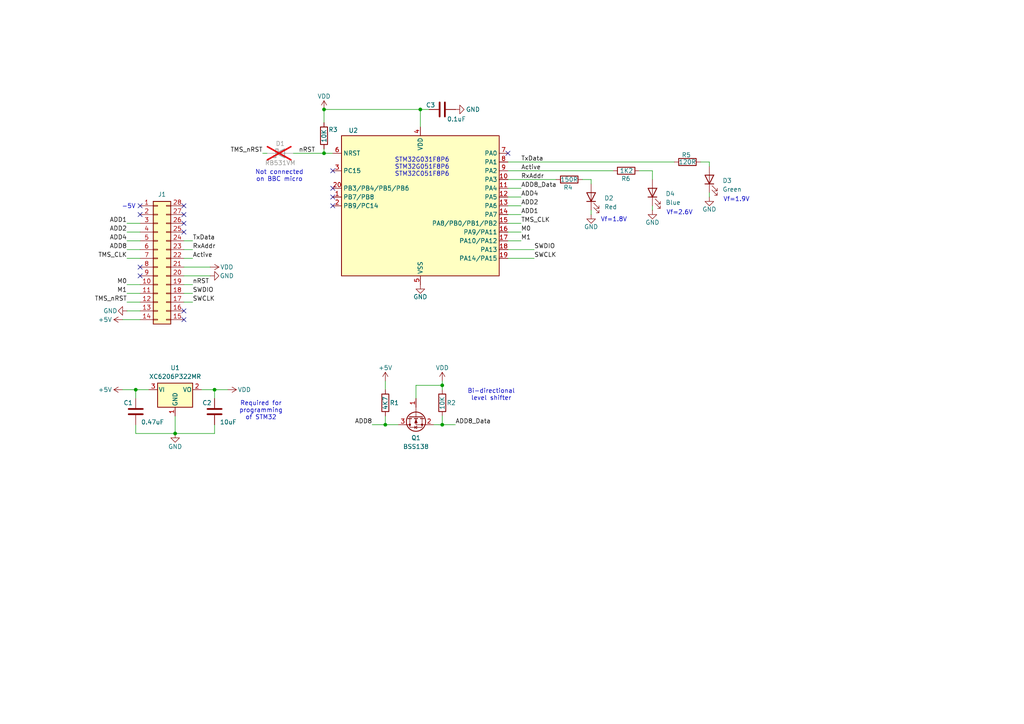
<source format=kicad_sch>
(kicad_sch (version 20250114) (generator "eeschema") (generator_version "9.0")
  (paper "A4")
  (title_block (title "TMS6100 Multi PHROM Emulator for the BBC Micro") (date "2026-01-13") (rev "2") (company "Radiofan"))
  (lib_symbols
    (symbol "Connector_Generic:Conn_02x14_Counter_Clockwise" (pin_names (offset 1.016) (hide yes))
      (property "Reference" "J" (at 1.27 17.78 0))
      (property "Value" "Conn_02x14_Counter_Clockwise" (at 1.27 -20.32 0))
      (symbol "Conn_02x14_Counter_Clockwise_1_1"
        (rectangle (start -1.27 16.51) (end 3.81 -19.05) (stroke (width 0.254)) (fill (type background)))
        (rectangle (start -1.27 15.367) (end 0 15.113) (stroke (width 0.1524)))
        (rectangle (start -1.27 12.827) (end 0 12.573) (stroke (width 0.1524)))
        (rectangle (start -1.27 10.287) (end 0 10.033) (stroke (width 0.1524)))
        (rectangle (start -1.27 7.747) (end 0 7.493) (stroke (width 0.1524)))
        (rectangle (start -1.27 5.207) (end 0 4.953) (stroke (width 0.1524)))
        (rectangle (start -1.27 2.667) (end 0 2.413) (stroke (width 0.1524)))
        (rectangle (start -1.27 0.127) (end 0 -0.127) (stroke (width 0.1524)))
        (rectangle (start -1.27 -2.413) (end 0 -2.667) (stroke (width 0.1524)))
        (rectangle (start -1.27 -4.953) (end 0 -5.207) (stroke (width 0.1524)))
        (rectangle (start -1.27 -7.493) (end 0 -7.747) (stroke (width 0.1524)))
        (rectangle (start -1.27 -10.033) (end 0 -10.287) (stroke (width 0.1524)))
        (rectangle (start -1.27 -12.573) (end 0 -12.827) (stroke (width 0.1524)))
        (rectangle (start -1.27 -15.113) (end 0 -15.367) (stroke (width 0.1524)))
        (rectangle (start -1.27 -17.653) (end 0 -17.907) (stroke (width 0.1524)))
        (rectangle (start 3.81 15.367) (end 2.54 15.113) (stroke (width 0.1524)))
        (rectangle (start 3.81 12.827) (end 2.54 12.573) (stroke (width 0.1524)))
        (rectangle (start 3.81 10.287) (end 2.54 10.033) (stroke (width 0.1524)))
        (rectangle (start 3.81 7.747) (end 2.54 7.493) (stroke (width 0.1524)))
        (rectangle (start 3.81 5.207) (end 2.54 4.953) (stroke (width 0.1524)))
        (rectangle (start 3.81 2.667) (end 2.54 2.413) (stroke (width 0.1524)))
        (rectangle (start 3.81 0.127) (end 2.54 -0.127) (stroke (width 0.1524)))
        (rectangle (start 3.81 -2.413) (end 2.54 -2.667) (stroke (width 0.1524)))
        (rectangle (start 3.81 -4.953) (end 2.54 -5.207) (stroke (width 0.1524)))
        (rectangle (start 3.81 -7.493) (end 2.54 -7.747) (stroke (width 0.1524)))
        (rectangle (start 3.81 -10.033) (end 2.54 -10.287) (stroke (width 0.1524)))
        (rectangle (start 3.81 -12.573) (end 2.54 -12.827) (stroke (width 0.1524)))
        (rectangle (start 3.81 -15.113) (end 2.54 -15.367) (stroke (width 0.1524)))
        (rectangle (start 3.81 -17.653) (end 2.54 -17.907) (stroke (width 0.1524)))
        (pin passive line (at -5.08 15.24 0) (length 3.81) (name "Pin_1") (number "1"))
        (pin passive line (at -5.08 12.7 0) (length 3.81) (name "Pin_2") (number "2"))
        (pin passive line (at -5.08 10.16 0) (length 3.81) (name "Pin_3") (number "3"))
        (pin passive line (at -5.08 7.62 0) (length 3.81) (name "Pin_4") (number "4"))
        (pin passive line (at -5.08 5.08 0) (length 3.81) (name "Pin_5") (number "5"))
        (pin passive line (at -5.08 2.54 0) (length 3.81) (name "Pin_6") (number "6"))
        (pin passive line (at -5.08 0 0) (length 3.81) (name "Pin_7") (number "7"))
        (pin passive line (at -5.08 -2.54 0) (length 3.81) (name "Pin_8") (number "8"))
        (pin passive line (at -5.08 -5.08 0) (length 3.81) (name "Pin_9") (number "9"))
        (pin passive line (at -5.08 -7.62 0) (length 3.81) (name "Pin_10") (number "10"))
        (pin passive line (at -5.08 -10.16 0) (length 3.81) (name "Pin_11") (number "11"))
        (pin passive line (at -5.08 -12.7 0) (length 3.81) (name "Pin_12") (number "12"))
        (pin passive line (at -5.08 -15.24 0) (length 3.81) (name "Pin_13") (number "13"))
        (pin passive line (at -5.08 -17.78 0) (length 3.81) (name "Pin_14") (number "14"))
        (pin passive line (at 7.62 15.24 180) (length 3.81) (name "Pin_28") (number "28"))
        (pin passive line (at 7.62 12.7 180) (length 3.81) (name "Pin_27") (number "27"))
        (pin passive line (at 7.62 10.16 180) (length 3.81) (name "Pin_26") (number "26"))
        (pin passive line (at 7.62 7.62 180) (length 3.81) (name "Pin_25") (number "25"))
        (pin passive line (at 7.62 5.08 180) (length 3.81) (name "Pin_24") (number "24"))
        (pin passive line (at 7.62 2.54 180) (length 3.81) (name "Pin_23") (number "23"))
        (pin passive line (at 7.62 0 180) (length 3.81) (name "Pin_22") (number "22"))
        (pin passive line (at 7.62 -2.54 180) (length 3.81) (name "Pin_21") (number "21"))
        (pin passive line (at 7.62 -5.08 180) (length 3.81) (name "Pin_20") (number "20"))
        (pin passive line (at 7.62 -7.62 180) (length 3.81) (name "Pin_19") (number "19"))
        (pin passive line (at 7.62 -10.16 180) (length 3.81) (name "Pin_18") (number "18"))
        (pin passive line (at 7.62 -12.7 180) (length 3.81) (name "Pin_17") (number "17"))
        (pin passive line (at 7.62 -15.24 180) (length 3.81) (name "Pin_16") (number "16"))
        (pin passive line (at 7.62 -17.78 180) (length 3.81) (name "Pin_15") (number "15"))
      )
    )
    (symbol "Device:C" (pin_numbers (hide yes)) (pin_names (offset 0.254))
      (property "Reference" "C" (at 0.635 2.54 0))
      (property "Value" "C" (at 0.635 -2.54 0))
      (symbol "C_0_1"
        (polyline (pts (xy -2.032 0.762) (xy 2.032 0.762)) (stroke (width 0.508)))
        (polyline (pts (xy -2.032 -0.762) (xy 2.032 -0.762)) (stroke (width 0.508)))
      )
      (symbol "C_1_1"
        (pin passive line (at 0 3.81 270) (length 2.794) (name "~") (number "1"))
        (pin passive line (at 0 -3.81 90) (length 2.794) (name "~") (number "2"))
      )
    )
    (symbol "Device:D_Schottky" (pin_numbers (hide yes)) (pin_names (offset 1.016) (hide yes))
      (property "Reference" "D" (at 0 2.54 0))
      (property "Value" "D_Schottky" (at 0 -2.54 0))
      (symbol "D_Schottky_0_1"
        (polyline (pts (xy -1.905 0.635) (xy -1.905 1.27) (xy -1.27 1.27) (xy -1.27 -1.27) (xy -0.635 -1.27) (xy -0.635 -0.635)) (stroke (width 0.254)))
        (polyline (pts (xy 1.27 1.27) (xy 1.27 -1.27) (xy -1.27 0) (xy 1.27 1.27)) (stroke (width 0.254)))
        (polyline (pts (xy 1.27 0) (xy -1.27 0)))
      )
      (symbol "D_Schottky_1_1"
        (pin passive line (at -3.81 0 0) (length 2.54) (name "K") (number "1"))
        (pin passive line (at 3.81 0 180) (length 2.54) (name "A") (number "2"))
      )
    )
    (symbol "Device:LED" (pin_numbers (hide yes)) (pin_names (offset 1.016) (hide yes))
      (property "Reference" "D" (at 0 2.54 0))
      (property "Value" "LED" (at 0 -2.54 0))
      (symbol "LED_0_1"
        (polyline (pts (xy -3.048 -0.762) (xy -4.572 -2.286) (xy -3.81 -2.286) (xy -4.572 -2.286) (xy -4.572 -1.524)))
        (polyline (pts (xy -1.778 -0.762) (xy -3.302 -2.286) (xy -2.54 -2.286) (xy -3.302 -2.286) (xy -3.302 -1.524)))
        (polyline (pts (xy -1.27 0) (xy 1.27 0)))
        (polyline (pts (xy -1.27 -1.27) (xy -1.27 1.27)) (stroke (width 0.254)))
        (polyline (pts (xy 1.27 -1.27) (xy 1.27 1.27) (xy -1.27 0) (xy 1.27 -1.27)) (stroke (width 0.254)))
      )
      (symbol "LED_1_1"
        (pin passive line (at -3.81 0 0) (length 2.54) (name "K") (number "1"))
        (pin passive line (at 3.81 0 180) (length 2.54) (name "A") (number "2"))
      )
    )
    (symbol "Device:R" (pin_numbers (hide yes)) (pin_names (offset 0))
      (property "Reference" "R" (at 2.032 0 90))
      (property "Value" "R" (at 0 0 90))
      (symbol "R_0_1"
        (rectangle (start -1.016 -2.54) (end 1.016 2.54) (stroke (width 0.254)))
      )
      (symbol "R_1_1"
        (pin passive line (at 0 3.81 270) (length 1.27) (name "~") (number "1"))
        (pin passive line (at 0 -3.81 90) (length 1.27) (name "~") (number "2"))
      )
    )
    (symbol "MCU_ST_STM32G0:STM32G030F6Px"
      (property "Reference" "U" (at -22.86 21.59 0))
      (property "Value" "STM32G030F6Px" (at 2.54 21.59 0))
      (symbol "STM32G030F6Px_0_1"
        (rectangle (start -22.86 -20.32) (end 22.86 20.32) (stroke (width 0.254)) (fill (type background)))
      )
      (symbol "STM32G030F6Px_1_1"
        (pin input line (at -25.4 15.24 0) (length 2.54) (name "NRST") (number "6"))
        (pin bidirectional line (at -25.4 10.16 0) (length 2.54) (name "PC15") (number "3"))
        (pin bidirectional line (at -25.4 5.08 0) (length 2.54) (name "PB3/PB4/PB5/PB6") (number "20"))
        (pin bidirectional line (at -25.4 2.54 0) (length 2.54) (name "PB7/PB8") (number "1"))
        (pin bidirectional line (at -25.4 0 0) (length 2.54) (name "PB9/PC14") (number "2"))
        (pin power_in line (at 0 22.86 270) (length 2.54) (name "VDD") (number "4"))
        (pin power_in line (at 0 -22.86 90) (length 2.54) (name "VSS") (number "5"))
        (pin bidirectional line (at 25.4 15.24 180) (length 2.54) (name "PA0") (number "7"))
        (pin bidirectional line (at 25.4 12.7 180) (length 2.54) (name "PA1") (number "8"))
        (pin bidirectional line (at 25.4 10.16 180) (length 2.54) (name "PA2") (number "9"))
        (pin bidirectional line (at 25.4 7.62 180) (length 2.54) (name "PA3") (number "10"))
        (pin bidirectional line (at 25.4 5.08 180) (length 2.54) (name "PA4") (number "11"))
        (pin bidirectional line (at 25.4 2.54 180) (length 2.54) (name "PA5") (number "12"))
        (pin bidirectional line (at 25.4 0 180) (length 2.54) (name "PA6") (number "13"))
        (pin bidirectional line (at 25.4 -2.54 180) (length 2.54) (name "PA7") (number "14"))
        (pin bidirectional line (at 25.4 -5.08 180) (length 2.54) (name "PA8/PB0/PB1/PB2") (number "15"))
        (pin bidirectional line (at 25.4 -7.62 180) (length 2.54) (name "PA9/PA11") (number "16"))
        (pin bidirectional line (at 25.4 -10.16 180) (length 2.54) (name "PA10/PA12") (number "17"))
        (pin bidirectional line (at 25.4 -12.7 180) (length 2.54) (name "PA13") (number "18"))
        (pin bidirectional line (at 25.4 -15.24 180) (length 2.54) (name "PA14/PA15") (number "19"))
      )
    )
    (symbol "Regulator_Linear:XC6206PxxxMR" (pin_names (offset 0.254))
      (property "Reference" "U" (at -3.81 3.175 0))
      (property "Value" "XC6206PxxxMR" (at 0 3.175 0))
      (symbol "XC6206PxxxMR_0_1"
        (rectangle (start -5.08 1.905) (end 5.08 -5.08) (stroke (width 0.254)) (fill (type background)))
      )
      (symbol "XC6206PxxxMR_1_1"
        (pin power_in line (at -7.62 0 0) (length 2.54) (name "VI") (number "3"))
        (pin power_in line (at 0 -7.62 90) (length 2.54) (name "GND") (number "1"))
        (pin power_out line (at 7.62 0 180) (length 2.54) (name "VO") (number "2"))
      )
    )
    (symbol "Transistor_FET:BSS138" (pin_names (offset 0) (hide yes))
      (property "Reference" "Q" (at 5.08 1.905 0))
      (property "Value" "BSS138" (at 5.08 0 0))
      (symbol "BSS138_0_1"
        (polyline (pts (xy 0.254 1.905) (xy 0.254 -1.905)) (stroke (width 0.254)))
        (polyline (pts (xy 0.254 0) (xy -2.54 0)))
        (polyline (pts (xy 0.762 2.286) (xy 0.762 1.27)) (stroke (width 0.254)))
        (polyline (pts (xy 0.762 0.508) (xy 0.762 -0.508)) (stroke (width 0.254)))
        (polyline (pts (xy 0.762 -1.27) (xy 0.762 -2.286)) (stroke (width 0.254)))
        (polyline (pts (xy 0.762 -1.778) (xy 3.302 -1.778) (xy 3.302 1.778) (xy 0.762 1.778)))
        (polyline (pts (xy 1.016 0) (xy 2.032 0.381) (xy 2.032 -0.381) (xy 1.016 0)) (fill (type outline)))
        (circle (center 1.651 0) (radius 2.794) (stroke (width 0.254)))
        (polyline (pts (xy 2.54 2.54) (xy 2.54 1.778)))
        (circle (center 2.54 1.778) (radius 0.254) (fill (type outline)))
        (circle (center 2.54 -1.778) (radius 0.254) (fill (type outline)))
        (polyline (pts (xy 2.54 -2.54) (xy 2.54 0) (xy 0.762 0)))
        (polyline (pts (xy 2.921 0.381) (xy 3.683 0.381)))
        (polyline (pts (xy 3.302 0.381) (xy 2.921 -0.254) (xy 3.683 -0.254) (xy 3.302 0.381)))
      )
      (symbol "BSS138_1_1"
        (pin input line (at -5.08 0 0) (length 2.54) (name "G") (number "1"))
        (pin passive line (at 2.54 5.08 270) (length 2.54) (name "D") (number "3"))
        (pin passive line (at 2.54 -5.08 90) (length 2.54) (name "S") (number "2"))
      )
    )
    (symbol "power:+5V" (power) (pin_numbers (hide yes)) (pin_names (offset 0) (hide yes))
      (property "Value" "+5V" (at 0 3.556 0))
      (symbol "+5V_0_1"
        (polyline (pts (xy -0.762 1.27) (xy 0 2.54)))
        (polyline (pts (xy 0 2.54) (xy 0.762 1.27)))
        (polyline (pts (xy 0 0) (xy 0 2.54)))
      )
      (symbol "+5V_1_1"
        (pin power_in line (at 0 0 90) (length 0) (name "~") (number "1"))
      )
    )
    (symbol "power:GND" (power) (pin_numbers (hide yes)) (pin_names (offset 0) (hide yes))
      (property "Value" "GND" (at 0 -3.81 0))
      (symbol "GND_0_1"
        (polyline (pts (xy 0 0) (xy 0 -1.27) (xy 1.27 -1.27) (xy 0 -2.54) (xy -1.27 -1.27) (xy 0 -1.27)))
      )
      (symbol "GND_1_1"
        (pin power_in line (at 0 0 270) (length 0) (name "~") (number "1"))
      )
    )
    (symbol "power:VDD" (power) (pin_numbers (hide yes)) (pin_names (offset 0) (hide yes))
      (property "Value" "VDD" (at 0 3.556 0))
      (symbol "VDD_0_1"
        (polyline (pts (xy -0.762 1.27) (xy 0 2.54)))
        (polyline (pts (xy 0 2.54) (xy 0.762 1.27)))
        (polyline (pts (xy 0 0) (xy 0 2.54)))
      )
      (symbol "VDD_1_1"
        (pin power_in line (at 0 0 90) (length 0) (name "~") (number "1"))
      )
    )
  )
  (text "Vf=1.9V" (at 213.614 57.912 0) (effects (font (size 1.27 1.27))))
  (text "STM32G031F8P6\nSTM32G051F8P6\nSTM32C051F8P6" (at 122.428 48.514 0) (effects (font (size 1.27 1.27))))
  (text "Not connected\non BBC micro" (at 81.026 51.054 0) (effects (font (size 1.27 1.27))))
  (text "-5V" (at 37.338 59.944 0) (effects (font (size 1.27 1.27))))
  (text "Vf=2.6V" (at 197.104 61.722 0) (effects (font (size 1.27 1.27))))
  (text "Required for\nprogramming\nof STM32" (at 75.692 119.126 0) (effects (font (size 1.27 1.27))))
  (text "Bi-directional\nlevel shifter" (at 142.494 114.554 0) (effects (font (size 1.27 1.27))))
  (text "Vf=1.8V" (at 178.054 63.754 0) (effects (font (size 1.27 1.27))))
  (junction (at 111.76 123.19))
  (junction (at 128.27 123.19))
  (junction (at 128.27 111.76))
  (junction (at 93.98 44.45))
  (junction (at 39.37 113.03))
  (junction (at 93.98 31.75))
  (junction (at 62.23 113.03))
  (junction (at 50.8 125.73))
  (junction (at 121.92 31.75))
  (no_connect (at 53.34 67.31))
  (no_connect (at 96.52 57.15))
  (no_connect (at 53.34 92.71))
  (no_connect (at 53.34 59.69))
  (no_connect (at 96.52 54.61))
  (no_connect (at 53.34 62.23))
  (no_connect (at 40.64 77.47))
  (no_connect (at 96.52 49.53))
  (no_connect (at 40.64 62.23))
  (no_connect (at 53.34 64.77))
  (no_connect (at 96.52 59.69))
  (no_connect (at 53.34 90.17))
  (no_connect (at 40.64 59.69))
  (no_connect (at 147.32 44.45))
  (no_connect (at 40.64 80.01))
  (wire (pts (xy 147.32 64.77) (xy 151.13 64.77)))
  (wire (pts (xy 189.23 49.53) (xy 185.42 49.53)))
  (wire (pts (xy 50.8 125.73) (xy 50.8 120.65)))
  (wire (pts (xy 39.37 113.03) (xy 39.37 115.57)))
  (wire (pts (xy 115.57 123.19) (xy 111.76 123.19)))
  (wire (pts (xy 36.83 90.17) (xy 40.64 90.17)))
  (wire (pts (xy 93.98 31.75) (xy 121.92 31.75)))
  (wire (pts (xy 203.2 46.99) (xy 205.74 46.99)))
  (wire (pts (xy 53.34 69.85) (xy 55.88 69.85)))
  (wire (pts (xy 53.34 74.93) (xy 55.88 74.93)))
  (wire (pts (xy 147.32 62.23) (xy 151.13 62.23)))
  (wire (pts (xy 35.56 92.71) (xy 40.64 92.71)))
  (wire (pts (xy 154.94 74.93) (xy 147.32 74.93)))
  (wire (pts (xy 39.37 125.73) (xy 50.8 125.73)))
  (wire (pts (xy 85.09 44.45) (xy 93.98 44.45)))
  (wire (pts (xy 39.37 113.03) (xy 43.18 113.03)))
  (wire (pts (xy 120.65 111.76) (xy 128.27 111.76)))
  (wire (pts (xy 128.27 123.19) (xy 132.08 123.19)))
  (wire (pts (xy 189.23 52.07) (xy 189.23 49.53)))
  (wire (pts (xy 36.83 67.31) (xy 40.64 67.31)))
  (wire (pts (xy 36.83 64.77) (xy 40.64 64.77)))
  (wire (pts (xy 62.23 113.03) (xy 62.23 115.57)))
  (wire (pts (xy 111.76 110.49) (xy 111.76 113.03)))
  (wire (pts (xy 171.45 60.96) (xy 171.45 62.23)))
  (wire (pts (xy 62.23 113.03) (xy 66.04 113.03)))
  (wire (pts (xy 205.74 55.88) (xy 205.74 57.15)))
  (wire (pts (xy 53.34 85.09) (xy 55.88 85.09)))
  (wire (pts (xy 147.32 57.15) (xy 151.13 57.15)))
  (wire (pts (xy 76.2 44.45) (xy 77.47 44.45)))
  (wire (pts (xy 93.98 35.56) (xy 93.98 31.75)))
  (wire (pts (xy 205.74 46.99) (xy 205.74 48.26)))
  (wire (pts (xy 128.27 110.49) (xy 128.27 111.76)))
  (wire (pts (xy 128.27 123.19) (xy 125.73 123.19)))
  (wire (pts (xy 36.83 69.85) (xy 40.64 69.85)))
  (wire (pts (xy 62.23 125.73) (xy 50.8 125.73)))
  (wire (pts (xy 120.65 115.57) (xy 120.65 111.76)))
  (wire (pts (xy 147.32 52.07) (xy 161.29 52.07)))
  (wire (pts (xy 147.32 49.53) (xy 177.8 49.53)))
  (wire (pts (xy 111.76 123.19) (xy 111.76 120.65)))
  (wire (pts (xy 168.91 52.07) (xy 171.45 52.07)))
  (wire (pts (xy 128.27 111.76) (xy 128.27 113.03)))
  (wire (pts (xy 58.42 113.03) (xy 62.23 113.03)))
  (wire (pts (xy 147.32 59.69) (xy 151.13 59.69)))
  (wire (pts (xy 154.94 72.39) (xy 147.32 72.39)))
  (wire (pts (xy 147.32 54.61) (xy 151.13 54.61)))
  (wire (pts (xy 53.34 77.47) (xy 60.96 77.47)))
  (wire (pts (xy 53.34 87.63) (xy 55.88 87.63)))
  (wire (pts (xy 121.92 31.75) (xy 124.46 31.75)))
  (wire (pts (xy 93.98 44.45) (xy 93.98 43.18)))
  (wire (pts (xy 53.34 82.55) (xy 55.88 82.55)))
  (wire (pts (xy 189.23 59.69) (xy 189.23 60.96)))
  (wire (pts (xy 147.32 67.31) (xy 151.13 67.31)))
  (wire (pts (xy 147.32 69.85) (xy 151.13 69.85)))
  (wire (pts (xy 36.83 72.39) (xy 40.64 72.39)))
  (wire (pts (xy 53.34 80.01) (xy 60.96 80.01)))
  (wire (pts (xy 171.45 52.07) (xy 171.45 53.34)))
  (wire (pts (xy 36.83 87.63) (xy 40.64 87.63)))
  (wire (pts (xy 53.34 72.39) (xy 55.88 72.39)))
  (wire (pts (xy 36.83 74.93) (xy 40.64 74.93)))
  (wire (pts (xy 128.27 120.65) (xy 128.27 123.19)))
  (wire (pts (xy 62.23 123.19) (xy 62.23 125.73)))
  (wire (pts (xy 39.37 123.19) (xy 39.37 125.73)))
  (wire (pts (xy 107.95 123.19) (xy 111.76 123.19)))
  (wire (pts (xy 35.56 113.03) (xy 39.37 113.03)))
  (wire (pts (xy 36.83 85.09) (xy 40.64 85.09)))
  (wire (pts (xy 147.32 46.99) (xy 195.58 46.99)))
  (wire (pts (xy 121.92 36.83) (xy 121.92 31.75)))
  (wire (pts (xy 36.83 82.55) (xy 40.64 82.55)))
  (wire (pts (xy 96.52 44.45) (xy 93.98 44.45)))
  (label "SWCLK" (at 154.94 74.93 0))
  (label "SWDIO" (at 154.94 72.39 0))
  (label "SWDIO" (at 55.88 85.09 0))
  (label "M1" (at 151.13 69.85 0))
  (label "TMS_nRST" (at 76.2 44.45 180))
  (label "ADD1" (at 151.13 62.23 0))
  (label "ADD8_Data" (at 151.13 54.61 0))
  (label "ADD8" (at 107.95 123.19 180))
  (label "ADD2" (at 36.83 67.31 180))
  (label "ADD4" (at 36.83 69.85 180))
  (label "ADD4" (at 151.13 57.15 0))
  (label "TMS_nRST" (at 36.83 87.63 180))
  (label "TMS_CLK" (at 36.83 74.93 180))
  (label "ADD8_Data" (at 132.08 123.19 0))
  (label "Active" (at 55.88 74.93 0))
  (label "nRST" (at 55.88 82.55 0))
  (label "Active" (at 151.13 49.53 0))
  (label "RxAddr" (at 55.88 72.39 0))
  (label "TxData" (at 151.13 46.99 0))
  (label "TMS_CLK" (at 151.13 64.77 0))
  (label "ADD8" (at 36.83 72.39 180))
  (label "nRST" (at 91.44 44.45 180))
  (label "ADD2" (at 151.13 59.69 0))
  (label "TxData" (at 55.88 69.85 0))
  (label "SWCLK" (at 55.88 87.63 0))
  (label "RxAddr" (at 151.13 52.07 0))
  (label "M0" (at 151.13 67.31 0))
  (label "M1" (at 36.83 85.09 180))
  (label "ADD1" (at 36.83 64.77 180))
  (label "M0" (at 36.83 82.55 180))
  (symbol (lib_id "Transistor_FET:BSS138") (at 120.65 120.65 90) (mirror x) (unit 1)
    (property "Reference" "Q1" (at 120.65 127 90))
    (property "Value" "BSS138" (at 120.65 129.54 90))
    (property "Footprint" "Package_TO_SOT_SMD:SOT-23" (effects (hide yes)))
    (property "Datasheet" "https://www.onsemi.com/pub/Collateral/BSS138-D.PDF" (effects (hide yes)))
    (property "Description" "50V Vds, 0.22A Id, N-Channel MOSFET, SOT-23" (effects (hide yes)))
  )
  (symbol (lib_id "power:GND") (at 205.74 57.15 0) (unit 1)
    (property "Reference" "#PWR014" (effects (hide yes)))
    (property "Value" "GND" (at 205.74 60.706 0))
    (property "Description" "Power symbol creates a global label with name \"GND\" , ground" (effects (hide yes)))
  )
  (symbol (lib_id "power:VDD") (at 128.27 110.49 0) (unit 1)
    (property "Reference" "#PWR06" (effects (hide yes)))
    (property "Value" "VDD" (at 128.27 106.68 0))
    (property "Description" "Power symbol creates a global label with name \"VDD\"" (effects (hide yes)))
  )
  (symbol (lib_id "power:GND") (at 171.45 62.23 0) (unit 1)
    (property "Reference" "#PWR013" (effects (hide yes)))
    (property "Value" "GND" (at 171.45 65.786 0))
    (property "Description" "Power symbol creates a global label with name \"GND\" , ground" (effects (hide yes)))
  )
  (symbol (lib_id "power:VDD") (at 66.04 113.03 270) (unit 1)
    (property "Reference" "#PWR09" (effects (hide yes)))
    (property "Value" "VDD" (at 70.866 113.03 90))
    (property "Description" "Power symbol creates a global label with name \"VDD\"" (effects (hide yes)))
  )
  (symbol (lib_id "Device:C") (at 62.23 119.38 0) (unit 1)
    (property "Reference" "C2" (at 58.674 116.84 0) (effects (justify left)))
    (property "Value" "10uF" (at 63.754 122.428 0) (effects (justify left)))
    (property "Footprint" "Capacitor_SMD:C_0805_2012Metric_Pad1.18x1.45mm_HandSolder" (effects (hide yes)))
    (property "Description" "Unpolarized capacitor" (effects (hide yes)))
  )
  (symbol (lib_id "power:+5V") (at 111.76 110.49 0) (unit 1)
    (property "Reference" "#PWR04" (effects (hide yes)))
    (property "Value" "+5V" (at 111.76 106.68 0))
    (property "Description" "Power symbol creates a global label with name \"+5V\"" (effects (hide yes)))
  )
  (symbol (lib_id "Device:C") (at 39.37 119.38 0) (unit 1)
    (property "Reference" "C1" (at 35.814 116.84 0) (effects (justify left)))
    (property "Value" "0.47uF" (at 40.894 122.428 0) (effects (justify left)))
    (property "Footprint" "Capacitor_SMD:C_0805_2012Metric_Pad1.18x1.45mm_HandSolder" (effects (hide yes)))
    (property "Description" "Unpolarized capacitor" (effects (hide yes)))
  )
  (symbol (lib_id "power:GND") (at 189.23 60.96 0) (unit 1)
    (property "Reference" "#PWR015" (effects (hide yes)))
    (property "Value" "GND" (at 189.23 64.516 0))
    (property "Description" "Power symbol creates a global label with name \"GND\" , ground" (effects (hide yes)))
  )
  (symbol (lib_id "power:VDD") (at 93.98 31.75 0) (unit 1)
    (property "Reference" "#PWR010" (effects (hide yes)))
    (property "Value" "VDD" (at 93.98 27.94 0))
    (property "Description" "Power symbol creates a global label with name \"VDD\"" (effects (hide yes)))
  )
  (symbol (lib_id "Device:R") (at 165.1 52.07 90) (unit 1)
    (property "Reference" "R4" (at 166.116 54.356 90) (effects (justify left)))
    (property "Value" "150R" (at 167.64 52.07 90) (effects (justify left)))
    (property "Footprint" "Resistor_SMD:R_0805_2012Metric_Pad1.20x1.40mm_HandSolder" (effects (hide yes)))
    (property "Description" "Resistor" (effects (hide yes)))
  )
  (symbol (lib_id "power:VDD") (at 60.96 77.47 270) (unit 1)
    (property "Reference" "#PWR07" (effects (hide yes)))
    (property "Value" "VDD" (at 65.786 77.47 90))
    (property "Description" "Power symbol creates a global label with name \"VDD\"" (effects (hide yes)))
  )
  (symbol (lib_id "power:GND") (at 60.96 80.01 90) (unit 1)
    (property "Reference" "#PWR08" (effects (hide yes)))
    (property "Value" "GND" (at 65.786 80.01 90))
    (property "Description" "Power symbol creates a global label with name \"GND\" , ground" (effects (hide yes)))
  )
  (symbol (lib_id "Device:R") (at 93.98 39.37 0) (unit 1)
    (property "Reference" "R3" (at 95.25 37.592 0) (effects (justify left)))
    (property "Value" "10K" (at 93.98 41.402 90) (effects (justify left)))
    (property "Footprint" "Resistor_SMD:R_0805_2012Metric_Pad1.20x1.40mm_HandSolder" (effects (hide yes)))
    (property "Description" "Resistor" (effects (hide yes)))
  )
  (symbol (lib_id "Device:D_Schottky") (at 81.28 44.45 0) (mirror x) (unit 1) (in_bom no) (dnp yes)
    (property "Reference" "D1" (at 81.28 41.656 0))
    (property "Value" "RB531VM" (at 81.28 47.244 0))
    (property "Footprint" "Diode_SMD:D_SOD-323F" (effects (hide yes)))
    (property "Description" "Schottky diode" (effects (hide yes)))
    (property "Cost" "0.22" (effects (hide yes)))
  )
  (symbol (lib_id "power:GND") (at 121.92 82.55 0) (unit 1)
    (property "Reference" "#PWR011" (effects (hide yes)))
    (property "Value" "GND" (at 121.92 86.106 0))
    (property "Description" "Power symbol creates a global label with name \"GND\" , ground" (effects (hide yes)))
  )
  (symbol (lib_id "power:+5V") (at 35.56 92.71 90) (unit 1)
    (property "Reference" "#PWR01" (effects (hide yes)))
    (property "Value" "+5V" (at 32.512 92.71 90) (effects (justify left)))
    (property "Description" "Power symbol creates a global label with name \"+5V\"" (effects (hide yes)))
  )
  (symbol (lib_id "Device:R") (at 181.61 49.53 90) (unit 1)
    (property "Reference" "R6" (at 182.88 51.816 90) (effects (justify left)))
    (property "Value" "1K2" (at 183.642 49.53 90) (effects (justify left)))
    (property "Footprint" "Resistor_SMD:R_0805_2012Metric_Pad1.20x1.40mm_HandSolder" (effects (hide yes)))
    (property "Description" "Resistor" (effects (hide yes)))
  )
  (symbol (lib_id "power:+5V") (at 35.56 113.03 90) (unit 1)
    (property "Reference" "#PWR03" (effects (hide yes)))
    (property "Value" "+5V" (at 32.512 113.03 90) (effects (justify left)))
    (property "Description" "Power symbol creates a global label with name \"+5V\"" (effects (hide yes)))
  )
  (symbol (lib_id "Connector_Generic:Conn_02x14_Counter_Clockwise") (at 45.72 74.93 0) (unit 1)
    (property "Reference" "J1" (at 46.99 56.388 0))
    (property "Value" "Conn_02x14_Counter_Clockwise" (effects (hide yes)))
    (property "Footprint" "MyFootprints:DIP-28_W15.24mm_Socket" (effects (hide yes)))
    (property "Description" "Generic connector, double row, 02x14, counter clockwise pin numbering scheme (similar to DIP package numbering), script generated (kicad-library-utils/schlib/autogen/connector/)" (effects (hide yes)))
  )
  (symbol (lib_id "power:GND") (at 132.08 31.75 90) (unit 1)
    (property "Reference" "#PWR012" (effects (hide yes)))
    (property "Value" "GND" (at 135.128 31.75 90) (effects (justify right)))
    (property "Description" "Power symbol creates a global label with name \"GND\" , ground" (effects (hide yes)))
  )
  (symbol (lib_id "Device:R") (at 111.76 116.84 0) (unit 1)
    (property "Reference" "R1" (at 113.03 116.84 0) (effects (justify left)))
    (property "Value" "4K7" (at 111.76 118.872 90) (effects (justify left)))
    (property "Footprint" "Resistor_SMD:R_0805_2012Metric_Pad1.20x1.40mm_HandSolder" (effects (hide yes)))
    (property "Description" "Resistor" (effects (hide yes)))
  )
  (symbol (lib_id "MCU_ST_STM32G0:STM32G030F6Px") (at 121.92 59.69 0) (unit 1)
    (property "Reference" "U2" (at 101.092 37.846 0) (effects (justify left)))
    (property "Value" "STM32G051F8P6" (effects (hide yes)))
    (property "Footprint" "Package_SO:TSSOP-20_4.4x6.5mm_P0.65mm" (effects (hide yes)))
    (property "Datasheet" "https://www.st.com/resource/en/datasheet/stm32g030f6.pdf" (effects (hide yes)))
    (property "Description" "STMicroelectronics Arm Cortex-M0+ MCU, 32KB flash, 8KB RAM, 64 MHz, 2.0-3.6V, 17 GPIO, TSSOP20" (effects (hide yes)))
  )
  (symbol (lib_id "Regulator_Linear:XC6206PxxxMR") (at 50.8 113.03 0) (unit 1)
    (property "Reference" "U1" (at 50.8 106.68 0))
    (property "Value" "XC6206P322MR" (at 50.8 109.22 0))
    (property "Footprint" "Package_TO_SOT_SMD:SOT-23-3" (effects (hide yes)))
    (property "Datasheet" "https://www.torexsemi.com/file/xc6206/XC6206.pdf" (effects (hide yes)))
    (property "Description" "Positive 60-250mA Low Dropout Regulator, Fixed Output, SOT-23" (effects (hide yes)))
  )
  (symbol (lib_id "Device:R") (at 199.39 46.99 90) (unit 1)
    (property "Reference" "R5" (at 200.406 44.958 90) (effects (justify left)))
    (property "Value" "120R" (at 201.93 46.99 90) (effects (justify left)))
    (property "Footprint" "Resistor_SMD:R_0805_2012Metric_Pad1.20x1.40mm_HandSolder" (effects (hide yes)))
    (property "Description" "Resistor" (effects (hide yes)))
  )
  (symbol (lib_id "Device:LED") (at 171.45 57.15 90) (unit 1)
    (property "Reference" "D2" (at 175.26 57.4674 90) (effects (justify right)))
    (property "Value" "Red" (at 175.26 60.0074 90) (effects (justify right)))
    (property "Footprint" "LED_SMD:LED_0805_2012Metric" (effects (hide yes)))
    (property "Description" "Light emitting diode" (effects (hide yes)))
    (property "Sim.Pins" "1=K 2=A" (effects (hide yes)))
  )
  (symbol (lib_id "power:GND") (at 50.8 125.73 0) (unit 1)
    (property "Reference" "#PWR05" (effects (hide yes)))
    (property "Value" "GND" (at 50.8 129.54 0))
    (property "Description" "Power symbol creates a global label with name \"GND\" , ground" (effects (hide yes)))
  )
  (symbol (lib_id "power:GND") (at 36.83 90.17 270) (unit 1)
    (property "Reference" "#PWR02" (effects (hide yes)))
    (property "Value" "GND" (at 32.004 90.17 90))
    (property "Description" "Power symbol creates a global label with name \"GND\" , ground" (effects (hide yes)))
  )
  (symbol (lib_id "Device:R") (at 128.27 116.84 0) (unit 1)
    (property "Reference" "R2" (at 129.54 116.84 0) (effects (justify left)))
    (property "Value" "10K" (at 128.27 118.872 90) (effects (justify left)))
    (property "Footprint" "Resistor_SMD:R_0805_2012Metric_Pad1.20x1.40mm_HandSolder" (effects (hide yes)))
    (property "Description" "Resistor" (effects (hide yes)))
  )
  (symbol (lib_id "Device:C") (at 128.27 31.75 90) (unit 1)
    (property "Reference" "C3" (at 126.238 30.48 90) (effects (justify left)))
    (property "Value" "0.1uF" (at 135.128 34.544 90) (effects (justify left)))
    (property "Footprint" "Capacitor_SMD:C_0603_1608Metric_Pad1.08x0.95mm_HandSolder" (effects (hide yes)))
    (property "Description" "Unpolarized capacitor" (effects (hide yes)))
  )
  (symbol (lib_id "Device:LED") (at 205.74 52.07 90) (unit 1)
    (property "Reference" "D3" (at 209.55 52.3874 90) (effects (justify right)))
    (property "Value" "Green" (at 209.55 54.9274 90) (effects (justify right)))
    (property "Footprint" "LED_SMD:LED_0805_2012Metric" (effects (hide yes)))
    (property "Description" "Light emitting diode" (effects (hide yes)))
    (property "Sim.Pins" "1=K 2=A" (effects (hide yes)))
  )
  (symbol (lib_id "Device:LED") (at 189.23 55.88 90) (unit 1)
    (property "Reference" "D4" (at 193.04 56.1974 90) (effects (justify right)))
    (property "Value" "Blue" (at 193.04 58.7374 90) (effects (justify right)))
    (property "Footprint" "LED_SMD:LED_0805_2012Metric" (effects (hide yes)))
    (property "Description" "Light emitting diode" (effects (hide yes)))
    (property "Sim.Pins" "1=K 2=A" (effects (hide yes)))
  )
)
</source>
